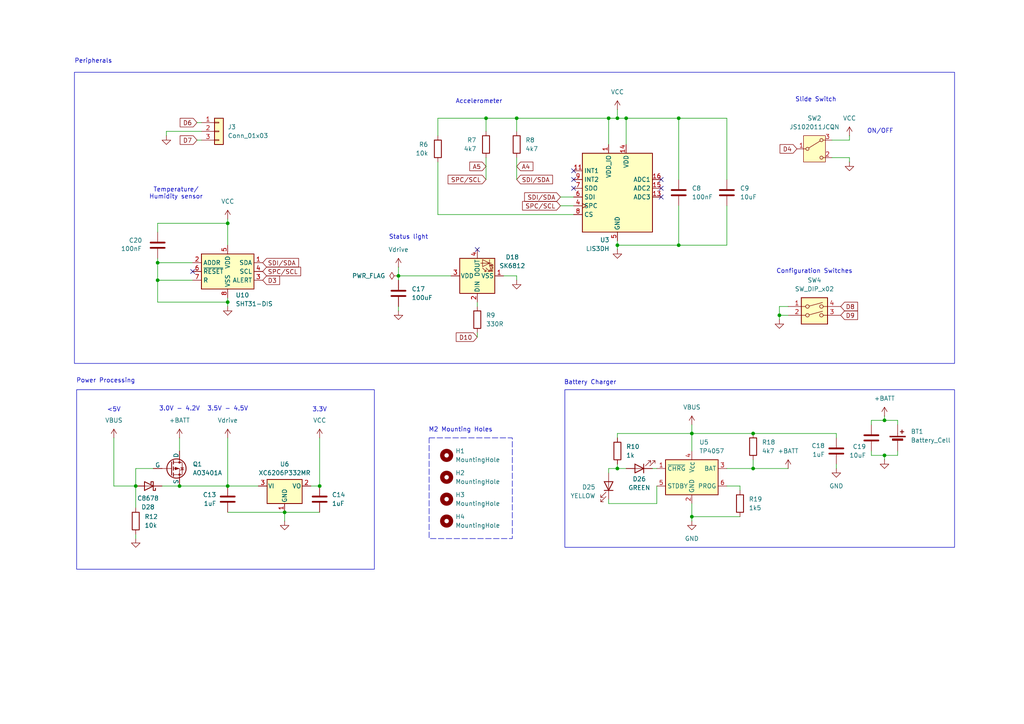
<source format=kicad_sch>
(kicad_sch (version 20250114) (generator "eeschema") (generator_version "9.0")
  (paper "A4")
  (lib_symbols
    (symbol "Battery_Management:TP4057"
      (property "Reference" "U" (at -6.35 6.604 0))
      (property "Value" "TP4057" (at 1.524 6.604 0))
      (symbol "TP4057_0_1"
        (rectangle (start -7.62 5.08) (end 7.62 -5.08) (stroke (width 0.254)) (fill (type background)))
      )
      (symbol "TP4057_1_1"
        (pin open_collector line (at -10.16 2.54 0) (length 2.54) (name "~{CHRG}") (number "1"))
        (pin open_collector line (at -10.16 -2.54 0) (length 2.54) (name "STDBY") (number "5"))
        (pin power_in line (at 0 7.62 270) (length 2.54) (name "V_{CC}") (number "4"))
        (pin power_in line (at 0 -7.62 90) (length 2.54) (name "GND") (number "2"))
        (pin power_out line (at 10.16 2.54 180) (length 2.54) (name "BAT") (number "3"))
        (pin passive line (at 10.16 -2.54 180) (length 2.54) (name "PROG") (number "6"))
      )
    )
    (symbol "Connector_Generic:Conn_01x03" (pin_names (offset 1.016) (hide yes))
      (property "Reference" "J" (at 0 5.08 0))
      (property "Value" "Conn_01x03" (at 0 -5.08 0))
      (symbol "Conn_01x03_1_1"
        (rectangle (start -1.27 3.81) (end 1.27 -3.81) (stroke (width 0.254)) (fill (type background)))
        (rectangle (start -1.27 2.667) (end 0 2.413) (stroke (width 0.1524)))
        (rectangle (start -1.27 0.127) (end 0 -0.127) (stroke (width 0.1524)))
        (rectangle (start -1.27 -2.413) (end 0 -2.667) (stroke (width 0.1524)))
        (pin passive line (at -5.08 2.54 0) (length 3.81) (name "Pin_1") (number "1"))
        (pin passive line (at -5.08 0 0) (length 3.81) (name "Pin_2") (number "2"))
        (pin passive line (at -5.08 -2.54 0) (length 3.81) (name "Pin_3") (number "3"))
      )
    )
    (symbol "Device:Battery_Cell" (pin_numbers (hide yes)) (pin_names (offset 0) (hide yes))
      (property "Reference" "BT" (at 2.54 2.54 0))
      (property "Value" "Battery_Cell" (at 2.54 0 0))
      (symbol "Battery_Cell_0_1"
        (rectangle (start -2.286 1.778) (end 2.286 1.524) (fill (type outline)))
        (rectangle (start -1.524 1.016) (end 1.524 0.508) (fill (type outline)))
        (polyline (pts (xy 0 1.778) (xy 0 2.54)))
        (polyline (pts (xy 0 0.762) (xy 0 0)))
        (polyline (pts (xy 0.762 3.048) (xy 1.778 3.048)) (stroke (width 0.254)))
        (polyline (pts (xy 1.27 3.556) (xy 1.27 2.54)) (stroke (width 0.254)))
      )
      (symbol "Battery_Cell_1_1"
        (pin passive line (at 0 5.08 270) (length 2.54) (name "+") (number "1"))
        (pin passive line (at 0 -2.54 90) (length 2.54) (name "-") (number "2"))
      )
    )
    (symbol "Device:C" (pin_numbers (hide yes)) (pin_names (offset 0.254))
      (property "Reference" "C" (at 0.635 2.54 0))
      (property "Value" "C" (at 0.635 -2.54 0))
      (symbol "C_0_1"
        (polyline (pts (xy -2.032 0.762) (xy 2.032 0.762)) (stroke (width 0.508)))
        (polyline (pts (xy -2.032 -0.762) (xy 2.032 -0.762)) (stroke (width 0.508)))
      )
      (symbol "C_1_1"
        (pin passive line (at 0 3.81 270) (length 2.794) (name "~") (number "1"))
        (pin passive line (at 0 -3.81 90) (length 2.794) (name "~") (number "2"))
      )
    )
    (symbol "Device:D_Schottky" (pin_numbers (hide yes)) (pin_names (offset 1.016) (hide yes))
      (property "Reference" "D" (at 0 2.54 0))
      (property "Value" "D_Schottky" (at 0 -2.54 0))
      (symbol "D_Schottky_0_1"
        (polyline (pts (xy -1.905 0.635) (xy -1.905 1.27) (xy -1.27 1.27) (xy -1.27 -1.27) (xy -0.635 -1.27) (xy -0.635 -0.635)) (stroke (width 0.254)))
        (polyline (pts (xy 1.27 1.27) (xy 1.27 -1.27) (xy -1.27 0) (xy 1.27 1.27)) (stroke (width 0.254)))
        (polyline (pts (xy 1.27 0) (xy -1.27 0)))
      )
      (symbol "D_Schottky_1_1"
        (pin passive line (at -3.81 0 0) (length 2.54) (name "K") (number "1"))
        (pin passive line (at 3.81 0 180) (length 2.54) (name "A") (number "2"))
      )
    )
    (symbol "Device:LED" (pin_numbers (hide yes)) (pin_names (offset 1.016) (hide yes))
      (property "Reference" "D" (at 0 2.54 0))
      (property "Value" "LED" (at 0 -2.54 0))
      (symbol "LED_0_1"
        (polyline (pts (xy -3.048 -0.762) (xy -4.572 -2.286) (xy -3.81 -2.286) (xy -4.572 -2.286) (xy -4.572 -1.524)))
        (polyline (pts (xy -1.778 -0.762) (xy -3.302 -2.286) (xy -2.54 -2.286) (xy -3.302 -2.286) (xy -3.302 -1.524)))
        (polyline (pts (xy -1.27 0) (xy 1.27 0)))
        (polyline (pts (xy -1.27 -1.27) (xy -1.27 1.27)) (stroke (width 0.254)))
        (polyline (pts (xy 1.27 -1.27) (xy 1.27 1.27) (xy -1.27 0) (xy 1.27 -1.27)) (stroke (width 0.254)))
      )
      (symbol "LED_1_1"
        (pin passive line (at -3.81 0 0) (length 2.54) (name "K") (number "1"))
        (pin passive line (at 3.81 0 180) (length 2.54) (name "A") (number "2"))
      )
    )
    (symbol "Device:R" (pin_numbers (hide yes)) (pin_names (offset 0))
      (property "Reference" "R" (at 2.032 0 90))
      (property "Value" "R" (at 0 0 90))
      (symbol "R_0_1"
        (rectangle (start -1.016 -2.54) (end 1.016 2.54) (stroke (width 0.254)))
      )
      (symbol "R_1_1"
        (pin passive line (at 0 3.81 270) (length 1.27) (name "~") (number "1"))
        (pin passive line (at 0 -3.81 90) (length 1.27) (name "~") (number "2"))
      )
    )
    (symbol "LED:SK6812" (pin_names (offset 0.254))
      (property "Reference" "D" (at 5.08 5.715 0))
      (property "Value" "SK6812" (at 1.27 -5.715 0))
      (symbol "SK6812_0_0"
        (text "RGB" (at 2.286 -4.191 0) (effects (font (size 0.762 0.762))))
      )
      (symbol "SK6812_0_1"
        (polyline (pts (xy 1.27 -2.54) (xy 1.778 -2.54)))
        (polyline (pts (xy 1.27 -3.556) (xy 1.778 -3.556)))
        (polyline (pts (xy 2.286 -1.524) (xy 1.27 -2.54) (xy 1.27 -2.032)))
        (polyline (pts (xy 2.286 -2.54) (xy 1.27 -3.556) (xy 1.27 -3.048)))
        (polyline (pts (xy 3.683 -1.016) (xy 3.683 -3.556) (xy 3.683 -4.064)))
        (polyline (pts (xy 4.699 -1.524) (xy 2.667 -1.524) (xy 3.683 -3.556) (xy 4.699 -1.524)))
        (polyline (pts (xy 4.699 -3.556) (xy 2.667 -3.556)))
        (rectangle (start 5.08 5.08) (end -5.08 -5.08) (stroke (width 0.254)) (fill (type background)))
      )
      (symbol "SK6812_1_1"
        (pin input line (at -7.62 0 0) (length 2.54) (name "DIN") (number "2"))
        (pin power_in line (at 0 7.62 270) (length 2.54) (name "VDD") (number "3"))
        (pin power_in line (at 0 -7.62 90) (length 2.54) (name "VSS") (number "1"))
        (pin output line (at 7.62 0 180) (length 2.54) (name "DOUT") (number "4"))
      )
    )
    (symbol "Mechanical:MountingHole" (pin_names (offset 1.016)) (in_bom no)
      (property "Reference" "H" (at 0 5.08 0))
      (property "Value" "MountingHole" (at 0 3.175 0))
      (symbol "MountingHole_0_1"
        (circle (center 0 0) (radius 1.27) (stroke (width 1.27)))
      )
    )
    (symbol "Regulator_Linear:XC6206PxxxMR" (pin_names (offset 0.254))
      (property "Reference" "U" (at -3.81 3.175 0))
      (property "Value" "XC6206PxxxMR" (at 0 3.175 0))
      (symbol "XC6206PxxxMR_0_1"
        (rectangle (start -5.08 1.905) (end 5.08 -5.08) (stroke (width 0.254)) (fill (type background)))
      )
      (symbol "XC6206PxxxMR_1_1"
        (pin power_in line (at -7.62 0 0) (length 2.54) (name "VI") (number "3"))
        (pin power_in line (at 0 -7.62 90) (length 2.54) (name "GND") (number "1"))
        (pin power_out line (at 7.62 0 180) (length 2.54) (name "VO") (number "2"))
      )
    )
    (symbol "Sensor_Humidity:SHT31-DIS"
      (property "Reference" "U" (at -6.35 6.35 0))
      (property "Value" "SHT31-DIS" (at 6.35 6.35 0))
      (symbol "SHT31-DIS_0_1"
        (rectangle (start -7.62 5.08) (end 7.62 -5.08) (stroke (width 0.254)) (fill (type background)))
      )
      (symbol "SHT31-DIS_1_1"
        (pin input line (at -10.16 2.54 0) (length 2.54) (name "ADDR") (number "2"))
        (pin input line (at -10.16 0 0) (length 2.54) (name "~{RESET}") (number "6"))
        (pin passive line (at -10.16 -2.54 0) (length 2.54) (name "R") (number "7"))
        (pin power_in line (at 0 7.62 270) (length 2.54) (name "VDD") (number "5"))
        (pin power_in line (at 0 -7.62 90) (length 2.54) (name "VSS") (number "8"))
        (pin passive line (at 0 -7.62 90) (length 2.54) (hide yes) (name "VSS") (number "9"))
        (pin bidirectional line (at 10.16 2.54 180) (length 2.54) (name "SDA") (number "1"))
        (pin input line (at 10.16 0 180) (length 2.54) (name "SCL") (number "4"))
        (pin output line (at 10.16 -2.54 180) (length 2.54) (name "ALERT") (number "3"))
      )
    )
    (symbol "Sensor_Motion:LIS3DH"
      (property "Reference" "U" (at -7.62 11.43 0))
      (property "Value" "LIS3DH" (at 6.35 11.43 0))
      (symbol "LIS3DH_0_1"
        (rectangle (start -10.16 10.16) (end 10.16 -12.7) (stroke (width 0.254)) (fill (type background)))
      )
      (symbol "LIS3DH_1_1"
        (pin output line (at -12.7 5.08 0) (length 2.54) (name "INT1") (number "11"))
        (pin output line (at -12.7 2.54 0) (length 2.54) (name "INT2") (number "9"))
        (pin output line (at -12.7 0 0) (length 2.54) (name "SDO") (number "7"))
        (pin input line (at -12.7 -2.54 0) (length 2.54) (name "SDI") (number "6"))
        (pin input clock (at -12.7 -5.08 0) (length 2.54) (name "SPC") (number "4"))
        (pin input line (at -12.7 -7.62 0) (length 2.54) (name "CS") (number "8"))
        (pin power_in line (at -2.54 12.7 270) (length 2.54) (name "VDD_IO") (number "1"))
        (pin passive line (at 0 -15.24 90) (length 2.54) (hide yes) (name "GND") (number "10"))
        (pin passive line (at 0 -15.24 90) (length 2.54) (hide yes) (name "GND") (number "12"))
        (pin power_in line (at 0 -15.24 90) (length 2.54) (name "GND") (number "5"))
        (pin power_in line (at 2.54 12.7 270) (length 2.54) (name "VDD") (number "14"))
        (pin no_connect line (at 10.16 7.62 180) (length 2.54) (hide yes) (name "NC") (number "3"))
        (pin no_connect line (at 10.16 5.08 180) (length 2.54) (hide yes) (name "NC") (number "2"))
        (pin input line (at 12.7 2.54 180) (length 2.54) (name "ADC1") (number "16"))
        (pin input line (at 12.7 0 180) (length 2.54) (name "ADC2") (number "15"))
        (pin input line (at 12.7 -2.54 180) (length 2.54) (name "ADC3") (number "13"))
      )
    )
    (symbol "Simulation_SPICE:PMOS" (pin_numbers (hide yes)) (pin_names (offset 0))
      (property "Reference" "Q" (at 5.08 1.27 0))
      (property "Value" "PMOS" (at 5.08 -1.27 0))
      (symbol "PMOS_0_1"
        (polyline (pts (xy 0.254 1.905) (xy 0.254 -1.905)) (stroke (width 0.254)))
        (polyline (pts (xy 0.254 0) (xy -2.54 0)))
        (polyline (pts (xy 0.762 2.286) (xy 0.762 1.27)) (stroke (width 0.254)))
        (polyline (pts (xy 0.762 1.778) (xy 3.302 1.778) (xy 3.302 -1.778) (xy 0.762 -1.778)))
        (polyline (pts (xy 0.762 0.508) (xy 0.762 -0.508)) (stroke (width 0.254)))
        (polyline (pts (xy 0.762 -1.27) (xy 0.762 -2.286)) (stroke (width 0.254)))
        (circle (center 1.651 0) (radius 2.794) (stroke (width 0.254)))
        (polyline (pts (xy 2.286 0) (xy 1.27 0.381) (xy 1.27 -0.381) (xy 2.286 0)) (fill (type outline)))
        (polyline (pts (xy 2.54 2.54) (xy 2.54 1.778)))
        (circle (center 2.54 1.778) (radius 0.254) (fill (type outline)))
        (circle (center 2.54 -1.778) (radius 0.254) (fill (type outline)))
        (polyline (pts (xy 2.54 -2.54) (xy 2.54 0) (xy 0.762 0)))
        (polyline (pts (xy 2.794 -0.508) (xy 2.921 -0.381) (xy 3.683 -0.381) (xy 3.81 -0.254)))
        (polyline (pts (xy 3.302 -0.381) (xy 2.921 0.254) (xy 3.683 0.254) (xy 3.302 -0.381)))
      )
      (symbol "PMOS_1_1"
        (pin input line (at -5.08 0 0) (length 2.54) (name "G") (number "2"))
        (pin passive line (at 2.54 5.08 270) (length 2.54) (name "D") (number "1"))
        (pin passive line (at 2.54 -5.08 90) (length 2.54) (name "S") (number "3"))
      )
    )
    (symbol "Switch:SW_DIP_x02" (pin_names (offset 0) (hide yes))
      (property "Reference" "SW" (at 0 6.35 0))
      (property "Value" "SW_DIP_x02" (at 0 -3.81 0))
      (symbol "SW_DIP_x02_0_0"
        (circle (center -2.032 2.54) (radius 0.508))
        (circle (center -2.032 0) (radius 0.508))
        (polyline (pts (xy -1.524 2.667) (xy 2.3622 3.7084)))
        (polyline (pts (xy -1.524 0.127) (xy 2.3622 1.1684)))
        (circle (center 2.032 2.54) (radius 0.508))
        (circle (center 2.032 0) (radius 0.508))
      )
      (symbol "SW_DIP_x02_0_1"
        (rectangle (start -3.81 5.08) (end 3.81 -2.54) (stroke (width 0.254)) (fill (type background)))
      )
      (symbol "SW_DIP_x02_1_1"
        (pin passive line (at -7.62 2.54 0) (length 5.08) (name "~") (number "1"))
        (pin passive line (at -7.62 0 0) (length 5.08) (name "~") (number "2"))
        (pin passive line (at 7.62 2.54 180) (length 5.08) (name "~") (number "4"))
        (pin passive line (at 7.62 0 180) (length 5.08) (name "~") (number "3"))
      )
    )
    (symbol "Switch:SW_Wuerth_450301014042" (pin_names (offset 1) (hide yes))
      (property "Reference" "SW" (at 0 5.08 0))
      (property "Value" "SW_Wuerth_450301014042" (at 0 -5.08 0))
      (symbol "SW_Wuerth_450301014042_0_1"
        (circle (center -2.032 0) (radius 0.4572))
        (polyline (pts (xy -1.651 0.254) (xy 1.651 2.286)))
        (circle (center 2.032 2.54) (radius 0.4572))
        (circle (center 2.032 -2.54) (radius 0.4572))
      )
      (symbol "SW_Wuerth_450301014042_1_1"
        (rectangle (start -3.175 3.81) (end 3.175 -3.81) (fill (type background)))
        (pin passive line (at -5.08 0 0) (length 2.54) (name "B") (number "1"))
        (pin passive line (at 5.08 2.54 180) (length 2.54) (name "A") (number "3"))
        (pin passive line (at 5.08 -2.54 180) (length 2.54) (name "C") (number "2"))
      )
    )
    (symbol "power:+BATT" (power) (pin_numbers (hide yes)) (pin_names (offset 0) (hide yes))
      (property "Value" "+BATT" (at 0 3.556 0))
      (symbol "+BATT_0_1"
        (polyline (pts (xy -0.762 1.27) (xy 0 2.54)))
        (polyline (pts (xy 0 2.54) (xy 0.762 1.27)))
        (polyline (pts (xy 0 0) (xy 0 2.54)))
      )
      (symbol "+BATT_1_1"
        (pin power_in line (at 0 0 90) (length 0) (name "~") (number "1"))
      )
    )
    (symbol "power:GND" (power) (pin_numbers (hide yes)) (pin_names (offset 0) (hide yes))
      (property "Value" "GND" (at 0 -3.81 0))
      (symbol "GND_0_1"
        (polyline (pts (xy 0 0) (xy 0 -1.27) (xy 1.27 -1.27) (xy 0 -2.54) (xy -1.27 -1.27) (xy 0 -1.27)))
      )
      (symbol "GND_1_1"
        (pin power_in line (at 0 0 270) (length 0) (name "~") (number "1"))
      )
    )
    (symbol "power:PWR_FLAG" (power) (pin_numbers (hide yes)) (pin_names (offset 0) (hide yes))
      (property "Value" "PWR_FLAG" (at 0 3.81 0))
      (symbol "PWR_FLAG_0_0"
        (pin power_out line (at 0 0 90) (length 0) (name "~") (number "1"))
      )
      (symbol "PWR_FLAG_0_1"
        (polyline (pts (xy 0 0) (xy 0 1.27) (xy -1.016 1.905) (xy 0 2.54) (xy 1.016 1.905) (xy 0 1.27)))
      )
    )
    (symbol "power:VBUS" (power) (pin_numbers (hide yes)) (pin_names (offset 0) (hide yes))
      (property "Value" "VBUS" (at 0 3.556 0))
      (symbol "VBUS_0_1"
        (polyline (pts (xy -0.762 1.27) (xy 0 2.54)))
        (polyline (pts (xy 0 2.54) (xy 0.762 1.27)))
        (polyline (pts (xy 0 0) (xy 0 2.54)))
      )
      (symbol "VBUS_1_1"
        (pin power_in line (at 0 0 90) (length 0) (name "~") (number "1"))
      )
    )
    (symbol "power:VCC" (power) (pin_numbers (hide yes)) (pin_names (offset 0) (hide yes))
      (property "Value" "VCC" (at 0 3.556 0))
      (symbol "VCC_0_1"
        (polyline (pts (xy -0.762 1.27) (xy 0 2.54)))
        (polyline (pts (xy 0 2.54) (xy 0.762 1.27)))
        (polyline (pts (xy 0 0) (xy 0 2.54)))
      )
      (symbol "VCC_1_1"
        (pin power_in line (at 0 0 90) (length 0) (name "~") (number "1"))
      )
    )
    (symbol "power:Vdrive" (power) (pin_numbers (hide yes)) (pin_names (offset 0) (hide yes))
      (property "Value" "Vdrive" (at 0 3.556 0))
      (symbol "Vdrive_0_1"
        (polyline (pts (xy -0.762 1.27) (xy 0 2.54)))
        (polyline (pts (xy 0 2.54) (xy 0.762 1.27)))
        (polyline (pts (xy 0 0) (xy 0 2.54)))
      )
      (symbol "Vdrive_1_1"
        (pin power_in line (at 0 0 90) (length 0) (name "~") (number "1"))
      )
    )
  )
  (rectangle (start 163.83 113.03) (end 276.86 158.75))
  (rectangle (start 22.225 113.03) (end 108.585 165.1))
  (rectangle (start 21.59 20.955) (end 276.86 105.41))
  (text "ON/OFF\n" (at 251.46 38.1 0) (effects (font (size 1.27 1.27)) (justify left)))
  (text "Power Processing\n" (at 22.098 110.49 0) (effects (font (size 1.27 1.27)) (justify left)))
  (text "3.0V - 4.2V" (at 52.07 118.618 0) (effects (font (size 1.27 1.27))))
  (text "Temperature/\nHumidity sensor\n" (at 51.054 56.134 0) (effects (font (size 1.27 1.27))))
  (text "Peripherals\n" (at 21.59 17.78 0) (effects (font (size 1.27 1.27)) (justify left)))
  (text "Battery Charger" (at 171.196 110.998 0) (effects (font (size 1.27 1.27))))
  (text "<5V" (at 33.02 118.872 0) (effects (font (size 1.27 1.27))))
  (text "Slide Switch\n" (at 230.632 28.956 0) (effects (font (size 1.27 1.27)) (justify left)))
  (text "3.5V - 4.5V" (at 66.04 118.618 0) (effects (font (size 1.27 1.27))))
  (text "3.3V\n" (at 92.71 118.872 0) (effects (font (size 1.27 1.27))))
  (text "Status light" (at 112.776 68.834 0) (effects (font (size 1.27 1.27)) (justify left)))
  (text "M2 Mounting Holes" (at 133.604 124.714 0) (effects (font (size 1.27 1.27))))
  (text "Configuration Switches" (at 236.22 78.74 0) (effects (font (size 1.27 1.27))))
  (text "Accelerometer\n" (at 138.938 29.464 0) (effects (font (size 1.27 1.27))))
  (text_box "" (at 124.46 127 0) (size 24.13 29.21) (margins 0.9525 0.9525 0.9525 0.9525) (stroke (width 0) (type dash)) (effects (font (size 1.27 1.27)) (justify left top)))
  (junction (at 218.44 125.73))
  (junction (at 196.85 71.12))
  (junction (at 179.07 34.29))
  (junction (at 200.66 149.86))
  (junction (at 82.55 148.59))
  (junction (at 149.86 34.29))
  (junction (at 66.04 87.63))
  (junction (at 176.53 34.29))
  (junction (at 181.61 34.29))
  (junction (at 196.85 34.29))
  (junction (at 256.54 121.92))
  (junction (at 200.66 125.73))
  (junction (at 39.37 140.97))
  (junction (at 45.72 76.2))
  (junction (at 45.72 81.28))
  (junction (at 92.71 140.97))
  (junction (at 66.04 64.77))
  (junction (at 218.44 135.89))
  (junction (at 66.04 140.97))
  (junction (at 179.07 71.12))
  (junction (at 115.57 80.01))
  (junction (at 52.07 140.97))
  (junction (at 226.06 91.44))
  (junction (at 140.97 34.29))
  (junction (at 179.07 135.89))
  (junction (at 256.54 132.08))
  (no_connect (at 191.77 52.07))
  (no_connect (at 166.37 54.61))
  (no_connect (at 191.77 54.61))
  (no_connect (at 191.77 57.15))
  (no_connect (at 55.88 78.74))
  (no_connect (at 166.37 52.07))
  (no_connect (at 166.37 49.53))
  (no_connect (at 138.43 72.39))
  (wire (pts (xy 176.53 144.78) (xy 176.53 146.05)))
  (wire (pts (xy 39.37 156.21) (xy 39.37 154.94)))
  (wire (pts (xy 260.35 121.92) (xy 256.54 121.92)))
  (wire (pts (xy 45.72 76.2) (xy 45.72 81.28)))
  (wire (pts (xy 252.73 130.81) (xy 252.73 132.08)))
  (wire (pts (xy 190.5 146.05) (xy 190.5 140.97)))
  (wire (pts (xy 45.72 81.28) (xy 45.72 87.63)))
  (wire (pts (xy 45.72 76.2) (xy 55.88 76.2)))
  (wire (pts (xy 196.85 71.12) (xy 179.07 71.12)))
  (wire (pts (xy 196.85 34.29) (xy 210.82 34.29)))
  (wire (pts (xy 33.02 127) (xy 33.02 140.97)))
  (wire (pts (xy 176.53 34.29) (xy 179.07 34.29)))
  (wire (pts (xy 115.57 80.01) (xy 130.81 80.01)))
  (wire (pts (xy 242.57 125.73) (xy 242.57 127)))
  (wire (pts (xy 179.07 71.12) (xy 179.07 69.85)))
  (wire (pts (xy 162.56 57.15) (xy 166.37 57.15)))
  (wire (pts (xy 200.66 149.86) (xy 200.66 151.13)))
  (wire (pts (xy 260.35 130.81) (xy 260.35 132.08)))
  (wire (pts (xy 115.57 90.17) (xy 115.57 88.9)))
  (wire (pts (xy 46.99 140.97) (xy 52.07 140.97)))
  (wire (pts (xy 246.38 39.37) (xy 246.38 40.64)))
  (wire (pts (xy 181.61 135.89) (xy 179.07 135.89)))
  (wire (pts (xy 92.71 127) (xy 92.71 140.97)))
  (wire (pts (xy 138.43 88.9) (xy 138.43 87.63)))
  (wire (pts (xy 66.04 87.63) (xy 66.04 86.36)))
  (wire (pts (xy 127 46.99) (xy 127 62.23)))
  (wire (pts (xy 228.6 88.9) (xy 226.06 88.9)))
  (wire (pts (xy 140.97 38.1) (xy 140.97 34.29)))
  (wire (pts (xy 66.04 140.97) (xy 74.93 140.97)))
  (wire (pts (xy 149.86 38.1) (xy 149.86 34.29)))
  (wire (pts (xy 196.85 71.12) (xy 210.82 71.12)))
  (wire (pts (xy 242.57 125.73) (xy 218.44 125.73)))
  (wire (pts (xy 176.53 34.29) (xy 176.53 41.91)))
  (wire (pts (xy 210.82 59.69) (xy 210.82 71.12)))
  (wire (pts (xy 226.06 88.9) (xy 226.06 91.44)))
  (wire (pts (xy 210.82 52.07) (xy 210.82 34.29)))
  (wire (pts (xy 127 34.29) (xy 140.97 34.29)))
  (wire (pts (xy 200.66 125.73) (xy 200.66 130.81)))
  (wire (pts (xy 149.86 80.01) (xy 146.05 80.01)))
  (wire (pts (xy 210.82 140.97) (xy 214.63 140.97)))
  (wire (pts (xy 179.07 127) (xy 179.07 125.73)))
  (wire (pts (xy 200.66 146.05) (xy 200.66 149.86)))
  (wire (pts (xy 45.72 87.63) (xy 66.04 87.63)))
  (wire (pts (xy 179.07 31.75) (xy 179.07 34.29)))
  (wire (pts (xy 45.72 81.28) (xy 55.88 81.28)))
  (wire (pts (xy 39.37 140.97) (xy 39.37 147.32)))
  (wire (pts (xy 127 39.37) (xy 127 34.29)))
  (wire (pts (xy 66.04 88.9) (xy 66.04 87.63)))
  (wire (pts (xy 246.38 45.72) (xy 246.38 46.99)))
  (wire (pts (xy 45.72 64.77) (xy 45.72 67.31)))
  (wire (pts (xy 241.3 45.72) (xy 246.38 45.72)))
  (wire (pts (xy 82.55 148.59) (xy 92.71 148.59)))
  (wire (pts (xy 200.66 125.73) (xy 218.44 125.73)))
  (wire (pts (xy 260.35 132.08) (xy 256.54 132.08)))
  (wire (pts (xy 140.97 34.29) (xy 149.86 34.29)))
  (wire (pts (xy 214.63 140.97) (xy 214.63 142.24)))
  (wire (pts (xy 66.04 148.59) (xy 82.55 148.59)))
  (wire (pts (xy 90.17 140.97) (xy 92.71 140.97)))
  (wire (pts (xy 140.97 45.72) (xy 140.97 52.07)))
  (wire (pts (xy 242.57 135.89) (xy 242.57 134.62)))
  (wire (pts (xy 138.43 97.79) (xy 138.43 96.52)))
  (wire (pts (xy 179.07 135.89) (xy 176.53 135.89)))
  (wire (pts (xy 45.72 64.77) (xy 66.04 64.77)))
  (wire (pts (xy 149.86 45.72) (xy 149.86 52.07)))
  (wire (pts (xy 252.73 121.92) (xy 252.73 123.19)))
  (wire (pts (xy 252.73 121.92) (xy 256.54 121.92)))
  (wire (pts (xy 200.66 125.73) (xy 200.66 123.19)))
  (wire (pts (xy 218.44 135.89) (xy 228.6 135.89)))
  (wire (pts (xy 179.07 134.62) (xy 179.07 135.89)))
  (wire (pts (xy 115.57 77.47) (xy 115.57 80.01)))
  (wire (pts (xy 48.26 38.1) (xy 58.42 38.1)))
  (wire (pts (xy 166.37 62.23) (xy 127 62.23)))
  (wire (pts (xy 252.73 132.08) (xy 256.54 132.08)))
  (wire (pts (xy 48.26 39.37) (xy 48.26 38.1)))
  (wire (pts (xy 181.61 34.29) (xy 179.07 34.29)))
  (wire (pts (xy 58.42 40.64) (xy 57.15 40.64)))
  (wire (pts (xy 33.02 140.97) (xy 39.37 140.97)))
  (wire (pts (xy 196.85 59.69) (xy 196.85 71.12)))
  (wire (pts (xy 66.04 63.5) (xy 66.04 64.77)))
  (wire (pts (xy 66.04 64.77) (xy 66.04 71.12)))
  (wire (pts (xy 181.61 34.29) (xy 181.61 41.91)))
  (wire (pts (xy 181.61 34.29) (xy 196.85 34.29)))
  (wire (pts (xy 44.45 135.89) (xy 39.37 135.89)))
  (wire (pts (xy 196.85 52.07) (xy 196.85 34.29)))
  (wire (pts (xy 45.72 74.93) (xy 45.72 76.2)))
  (wire (pts (xy 218.44 135.89) (xy 210.82 135.89)))
  (wire (pts (xy 179.07 125.73) (xy 200.66 125.73)))
  (wire (pts (xy 256.54 133.35) (xy 256.54 132.08)))
  (wire (pts (xy 149.86 81.28) (xy 149.86 80.01)))
  (wire (pts (xy 179.07 72.39) (xy 179.07 71.12)))
  (wire (pts (xy 82.55 148.59) (xy 82.55 151.13)))
  (wire (pts (xy 176.53 135.89) (xy 176.53 137.16)))
  (wire (pts (xy 260.35 121.92) (xy 260.35 123.19)))
  (wire (pts (xy 228.6 91.44) (xy 226.06 91.44)))
  (wire (pts (xy 115.57 80.01) (xy 115.57 81.28)))
  (wire (pts (xy 58.42 35.56) (xy 57.15 35.56)))
  (wire (pts (xy 226.06 91.44) (xy 226.06 92.71)))
  (wire (pts (xy 39.37 135.89) (xy 39.37 140.97)))
  (wire (pts (xy 189.23 135.89) (xy 190.5 135.89)))
  (wire (pts (xy 66.04 140.97) (xy 52.07 140.97)))
  (wire (pts (xy 214.63 149.86) (xy 200.66 149.86)))
  (wire (pts (xy 246.38 40.64) (xy 241.3 40.64)))
  (wire (pts (xy 149.86 34.29) (xy 176.53 34.29)))
  (wire (pts (xy 256.54 120.65) (xy 256.54 121.92)))
  (wire (pts (xy 162.56 59.69) (xy 166.37 59.69)))
  (wire (pts (xy 66.04 127) (xy 66.04 140.97)))
  (wire (pts (xy 176.53 146.05) (xy 190.5 146.05)))
  (wire (pts (xy 52.07 127) (xy 52.07 130.81)))
  (wire (pts (xy 218.44 133.35) (xy 218.44 135.89)))
  (global_label "D6" (shape input) (at 57.15 35.56 180) (property "Intersheetrefs" "${INTERSHEET_REFS}" (effects (hide yes))))
  (global_label "SDI{slash}SDA" (shape input) (at 162.56 57.15 180) (property "Intersheetrefs" "${INTERSHEET_REFS}" (effects (hide yes))))
  (global_label "A4" (shape input) (at 149.86 48.26 0) (property "Intersheetrefs" "${INTERSHEET_REFS}" (effects (hide yes))))
  (global_label "SDI{slash}SDA" (shape input) (at 149.86 52.07 0) (property "Intersheetrefs" "${INTERSHEET_REFS}" (effects (hide yes))))
  (global_label "D4" (shape input) (at 231.14 43.18 180) (property "Intersheetrefs" "${INTERSHEET_REFS}" (effects (hide yes))))
  (global_label "SDI{slash}SDA" (shape input) (at 76.2 76.2 0) (property "Intersheetrefs" "${INTERSHEET_REFS}" (effects (hide yes))))
  (global_label "A5" (shape input) (at 140.97 48.26 180) (property "Intersheetrefs" "${INTERSHEET_REFS}" (effects (hide yes))))
  (global_label "SPC{slash}SCL" (shape input) (at 76.2 78.74 0) (property "Intersheetrefs" "${INTERSHEET_REFS}" (effects (hide yes))))
  (global_label "SPC{slash}SCL" (shape input) (at 162.56 59.69 180) (property "Intersheetrefs" "${INTERSHEET_REFS}" (effects (hide yes))))
  (global_label "D7" (shape input) (at 57.15 40.64 180) (property "Intersheetrefs" "${INTERSHEET_REFS}" (effects (hide yes))))
  (global_label "D8" (shape input) (at 243.84 88.9 0) (property "Intersheetrefs" "${INTERSHEET_REFS}" (effects (hide yes))))
  (global_label "SPC{slash}SCL" (shape input) (at 140.97 52.07 180) (property "Intersheetrefs" "${INTERSHEET_REFS}" (effects (hide yes))))
  (global_label "D3" (shape input) (at 76.2 81.28 0) (property "Intersheetrefs" "${INTERSHEET_REFS}" (effects (hide yes))))
  (global_label "D10" (shape input) (at 138.43 97.79 180) (property "Intersheetrefs" "${INTERSHEET_REFS}" (effects (hide yes))))
  (global_label "D9" (shape input) (at 243.84 91.44 0) (property "Intersheetrefs" "${INTERSHEET_REFS}" (effects (hide yes))))
  (symbol (lib_id "power:GND") (at 242.57 135.89 0) (unit 1)
    (property "Reference" "#PWR041" (effects (hide yes)))
    (property "Value" "GND" (at 242.57 140.97 0))
    (property "Description" "Power symbol creates a global label with name \"GND\" , ground" (effects (hide yes)))
  )
  (symbol (lib_id "power:GND") (at 246.38 46.99 0) (unit 1)
    (property "Reference" "#PWR045" (effects (hide yes)))
    (property "Value" "GND" (effects (hide yes)))
    (property "Description" "Power symbol creates a global label with name \"GND\" , ground" (effects (hide yes)))
  )
  (symbol (lib_id "power:VBUS") (at 200.66 123.19 0) (unit 1)
    (property "Reference" "#PWR035" (effects (hide yes)))
    (property "Value" "VBUS" (at 200.66 118.11 0))
    (property "Description" "Power symbol creates a global label with name \"VBUS\"" (effects (hide yes)))
  )
  (symbol (lib_id "power:GND") (at 149.86 81.28 0) (unit 1)
    (property "Reference" "#PWR026" (effects (hide yes)))
    (property "Value" "GND" (effects (hide yes)))
    (property "Description" "Power symbol creates a global label with name \"GND\" , ground" (effects (hide yes)))
  )
  (symbol (lib_id "Device:C") (at 242.57 130.81 0) (mirror y) (unit 1)
    (property "Reference" "C18" (at 239.268 129.286 0) (effects (justify left)))
    (property "Value" "1uF" (at 239.268 131.826 0) (effects (justify left)))
    (property "Footprint" "Capacitor_SMD:C_0603_1608Metric" (effects (hide yes)))
    (property "Description" "Unpolarized capacitor" (effects (hide yes)))
  )
  (symbol (lib_id "power:GND") (at 66.04 88.9 0) (unit 1)
    (property "Reference" "#PWR044" (effects (hide yes)))
    (property "Value" "GND" (effects (hide yes)))
    (property "Description" "Power symbol creates a global label with name \"GND\" , ground" (effects (hide yes)))
  )
  (symbol (lib_id "Device:C") (at 92.71 144.78 0) (unit 1)
    (property "Reference" "C14" (at 96.266 143.51 0) (effects (justify left)))
    (property "Value" "1uF" (at 96.266 146.05 0) (effects (justify left)))
    (property "Footprint" "Capacitor_SMD:C_0603_1608Metric" (effects (hide yes)))
    (property "Description" "Unpolarized capacitor" (effects (hide yes)))
  )
  (symbol (lib_id "power:VBUS") (at 33.02 127 0) (unit 1)
    (property "Reference" "#PWR028" (effects (hide yes)))
    (property "Value" "VBUS" (at 33.02 121.92 0))
    (property "Description" "Power symbol creates a global label with name \"VBUS\"" (effects (hide yes)))
  )
  (symbol (lib_id "Device:C") (at 66.04 144.78 0) (unit 1)
    (property "Reference" "C13" (at 62.738 143.51 0) (effects (justify right)))
    (property "Value" "1uF" (at 62.738 146.05 0) (effects (justify right)))
    (property "Footprint" "Capacitor_SMD:C_0603_1608Metric" (effects (hide yes)))
    (property "Description" "Unpolarized capacitor" (effects (hide yes)))
  )
  (symbol (lib_id "Simulation_SPICE:PMOS") (at 49.53 135.89 0) (unit 1)
    (property "Reference" "Q1" (at 55.88 134.6199 0) (effects (justify left)))
    (property "Value" "AO3401A" (at 55.88 137.1599 0) (effects (justify left)))
    (property "Footprint" "endev_v1.1:SOT23-3" (effects (hide yes)))
    (property "Datasheet" "https://ngspice.sourceforge.io/docs/ngspice-html-manual/manual.xhtml#cha_MOSFETs" (effects (hide yes)))
    (property "Description" "P-MOSFET transistor, drain/source/gate" (effects (hide yes)))
    (property "Sim.Device" "PMOS" (effects (hide yes)))
    (property "Sim.Type" "VDMOS" (effects (hide yes)))
    (property "Sim.Pins" "1=D 2=G 3=S" (effects (hide yes)))
  )
  (symbol (lib_id "Device:R") (at 140.97 41.91 0) (unit 1)
    (property "Reference" "R7" (at 138.176 40.64 0) (effects (justify right)))
    (property "Value" "4k7" (at 138.176 43.18 0) (effects (justify right)))
    (property "Footprint" "Resistor_SMD:R_0402_1005Metric" (effects (hide yes)))
    (property "Description" "Resistor" (effects (hide yes)))
  )
  (symbol (lib_id "Device:R") (at 179.07 130.81 0) (unit 1)
    (property "Reference" "R10" (at 181.61 129.5399 0) (effects (justify left)))
    (property "Value" "1k" (at 181.61 132.0799 0) (effects (justify left)))
    (property "Footprint" "Resistor_SMD:R_0603_1608Metric" (effects (hide yes)))
    (property "Description" "Resistor" (effects (hide yes)))
  )
  (symbol (lib_id "LED:SK6812") (at 138.43 80.01 90) (unit 1)
    (property "Reference" "D18" (at 148.59 74.5646 90))
    (property "Value" "SK6812" (at 148.59 77.1046 90))
    (property "Footprint" "endev_v1.1:2659" (effects (hide yes)))
    (property "Datasheet" "https://cdn-shop.adafruit.com/product-files/1138/SK6812+LED+datasheet+.pdf" (effects (hide yes)))
    (property "Description" "RGB LED with integrated controller" (effects (hide yes)))
  )
  (symbol (lib_id "Device:LED") (at 185.42 135.89 180) (unit 1)
    (property "Reference" "D26" (at 185.42 138.938 0))
    (property "Value" "GREEN" (at 185.42 141.478 0))
    (property "Footprint" "LED_SMD:LED_0805_2012Metric" (effects (hide yes)))
    (property "Description" "Light emitting diode" (effects (hide yes)))
    (property "Sim.Pins" "1=K 2=A" (effects (hide yes)))
  )
  (symbol (lib_id "power:VCC") (at 246.38 39.37 0) (unit 1)
    (property "Reference" "#PWR020" (effects (hide yes)))
    (property "Value" "VCC" (at 246.38 34.29 0))
    (property "Description" "Power symbol creates a global label with name \"VCC\"" (effects (hide yes)))
  )
  (symbol (lib_id "Mechanical:MountingHole") (at 129.54 144.78 0) (unit 1) (in_bom no)
    (property "Reference" "H3" (at 132.08 143.5099 0) (effects (justify left)))
    (property "Value" "MountingHole" (at 132.08 146.0499 0) (effects (justify left)))
    (property "Footprint" "MountingHole:MountingHole_2.2mm_M2" (effects (hide yes)))
    (property "Description" "Mounting Hole without connection" (effects (hide yes)))
  )
  (symbol (lib_id "Device:LED") (at 176.53 140.97 270) (mirror x) (unit 1)
    (property "Reference" "D25" (at 172.72 141.2874 90) (effects (justify right)))
    (property "Value" "YELLOW" (at 172.72 143.8274 90) (effects (justify right)))
    (property "Footprint" "LED_SMD:LED_0805_2012Metric" (effects (hide yes)))
    (property "Description" "Light emitting diode" (effects (hide yes)))
    (property "Sim.Pins" "1=K 2=A" (effects (hide yes)))
  )
  (symbol (lib_id "power:GND") (at 115.57 90.17 0) (unit 1)
    (property "Reference" "#PWR034" (effects (hide yes)))
    (property "Value" "GND" (effects (hide yes)))
    (property "Description" "Power symbol creates a global label with name \"GND\" , ground" (effects (hide yes)))
  )
  (symbol (lib_id "Device:Battery_Cell") (at 260.35 128.27 0) (unit 1)
    (property "Reference" "BT1" (at 264.16 125.1584 0) (effects (justify left)))
    (property "Value" "Battery_Cell" (at 264.16 127.6984 0) (effects (justify left)))
    (property "Footprint" "Connector_JST:JST_PH_B2B-PH-K_1x02_P2.00mm_Vertical" (effects (hide yes)))
    (property "Description" "Single-cell battery" (effects (hide yes)))
  )
  (symbol (lib_id "power:VCC") (at 92.71 127 0) (unit 1)
    (property "Reference" "#PWR031" (effects (hide yes)))
    (property "Value" "VCC" (at 92.71 121.92 0))
    (property "Description" "Power symbol creates a global label with name \"VCC\"" (effects (hide yes)))
  )
  (symbol (lib_id "Device:R") (at 138.43 92.71 180) (unit 1)
    (property "Reference" "R9" (at 140.97 91.4399 0) (effects (justify right)))
    (property "Value" "330R" (at 140.97 93.9799 0) (effects (justify right)))
    (property "Footprint" "Resistor_SMD:R_0805_2012Metric" (effects (hide yes)))
    (property "Description" "Resistor" (effects (hide yes)))
  )
  (symbol (lib_id "power:GND") (at 82.55 151.13 0) (unit 1)
    (property "Reference" "#PWR032" (effects (hide yes)))
    (property "Value" "GND" (effects (hide yes)))
    (property "Description" "Power symbol creates a global label with name \"GND\" , ground" (effects (hide yes)))
  )
  (symbol (lib_id "Device:R") (at 39.37 151.13 0) (unit 1)
    (property "Reference" "R12" (at 41.91 149.8599 0) (effects (justify left)))
    (property "Value" "10k" (at 41.91 152.3999 0) (effects (justify left)))
    (property "Footprint" "Resistor_SMD:R_0603_1608Metric" (effects (hide yes)))
    (property "Description" "Resistor" (effects (hide yes)))
  )
  (symbol (lib_id "Switch:SW_Wuerth_450301014042") (at 236.22 43.18 0) (unit 1)
    (property "Reference" "SW2" (at 236.22 34.29 0))
    (property "Value" "JS102011JCQN" (at 236.22 36.83 0))
    (property "Footprint" "endev_v1.1:SW_JS102011JCQN" (effects (hide yes)))
    (property "Datasheet" "https://www.we-online.com/components/products/datasheet/450301014042.pdf" (effects (hide yes)))
    (property "Description" "Switch slide, single pole double throw" (effects (hide yes)))
  )
  (symbol (lib_id "Battery_Management:TP4057") (at 200.66 138.43 0) (unit 1)
    (property "Reference" "U5" (at 202.8033 128.27 0) (effects (justify left)))
    (property "Value" "TP4057" (at 202.8033 130.81 0) (effects (justify left)))
    (property "Footprint" "Package_TO_SOT_SMD:TSOT-23-6" (effects (hide yes)))
    (property "Datasheet" "http://toppwr.com/uploadfile/file/20230304/640302a47b738.pdf" (effects (hide yes)))
    (property "Description" "Constant-current/constant-voltage linear charger for single cell lithium-ion batteries with 2.9V Trickle Charge, 4.5V to 6.5V VDD, -40 to +85 degree Celsius, TSOT-23-6" (effects (hide yes)))
  )
  (symbol (lib_id "power:Vdrive") (at 66.04 127 0) (unit 1)
    (property "Reference" "#PWR030" (effects (hide yes)))
    (property "Value" "Vdrive" (at 66.04 121.92 0))
    (property "Description" "Power symbol creates a global label with name \"Vdrive\"" (effects (hide yes)))
  )
  (symbol (lib_id "Mechanical:MountingHole") (at 129.54 132.08 0) (unit 1) (in_bom no)
    (property "Reference" "H1" (at 132.08 130.8099 0) (effects (justify left)))
    (property "Value" "MountingHole" (at 132.08 133.3499 0) (effects (justify left)))
    (property "Footprint" "MountingHole:MountingHole_2.2mm_M2" (effects (hide yes)))
    (property "Description" "Mounting Hole without connection" (effects (hide yes)))
  )
  (symbol (lib_id "power:VCC") (at 179.07 31.75 0) (unit 1)
    (property "Reference" "#PWR016" (effects (hide yes)))
    (property "Value" "VCC" (at 179.07 26.67 0))
    (property "Description" "Power symbol creates a global label with name \"VCC\"" (effects (hide yes)))
  )
  (symbol (lib_id "power:+BATT") (at 52.07 127 0) (unit 1)
    (property "Reference" "#PWR029" (effects (hide yes)))
    (property "Value" "+BATT" (at 52.07 121.92 0))
    (property "Description" "Power symbol creates a global label with name \"+BATT\"" (effects (hide yes)))
  )
  (symbol (lib_id "power:VCC") (at 66.04 63.5 0) (unit 1)
    (property "Reference" "#PWR043" (effects (hide yes)))
    (property "Value" "VCC" (at 66.04 58.42 0))
    (property "Description" "Power symbol creates a global label with name \"VCC\"" (effects (hide yes)))
  )
  (symbol (lib_id "Device:R") (at 218.44 129.54 0) (unit 1)
    (property "Reference" "R18" (at 220.98 128.2699 0) (effects (justify left)))
    (property "Value" "4k7" (at 220.98 130.8099 0) (effects (justify left)))
    (property "Footprint" "Resistor_SMD:R_0402_1005Metric" (effects (hide yes)))
    (property "Description" "Resistor" (effects (hide yes)))
  )
  (symbol (lib_id "Device:C") (at 45.72 71.12 0) (mirror x) (unit 1)
    (property "Reference" "C20" (at 41.275 69.723 0) (effects (justify right)))
    (property "Value" "100nF" (at 41.148 72.136 0) (effects (justify right)))
    (property "Footprint" "Capacitor_SMD:C_0402_1005Metric" (effects (hide yes)))
    (property "Description" "Unpolarized capacitor" (effects (hide yes)))
  )
  (symbol (lib_id "power:Vdrive") (at 115.57 77.47 0) (unit 1)
    (property "Reference" "#PWR027" (effects (hide yes)))
    (property "Value" "Vdrive" (at 115.57 72.39 0))
    (property "Description" "Power symbol creates a global label with name \"Vdrive\"" (effects (hide yes)))
  )
  (symbol (lib_id "Connector_Generic:Conn_01x03") (at 63.5 38.1 0) (unit 1)
    (property "Reference" "J3" (at 66.04 36.8299 0) (effects (justify left)))
    (property "Value" "Conn_01x03" (at 66.04 39.3699 0) (effects (justify left)))
    (property "Footprint" "Connector_PinHeader_2.54mm:PinHeader_1x03_P2.54mm_Vertical" (effects (hide yes)))
    (property "Description" "Generic connector, single row, 01x03, script generated (kicad-library-utils/schlib/autogen/connector/)" (effects (hide yes)))
  )
  (symbol (lib_id "Device:C") (at 196.85 55.88 0) (unit 1)
    (property "Reference" "C8" (at 200.66 54.6099 0) (effects (justify left)))
    (property "Value" "100nF" (at 200.66 57.1499 0) (effects (justify left)))
    (property "Footprint" "Capacitor_SMD:C_0402_1005Metric" (effects (hide yes)))
    (property "Description" "Unpolarized capacitor" (effects (hide yes)))
  )
  (symbol (lib_id "power:GND") (at 48.26 39.37 0) (unit 1)
    (property "Reference" "#PWR022" (effects (hide yes)))
    (property "Value" "GND" (effects (hide yes)))
    (property "Description" "Power symbol creates a global label with name \"GND\" , ground" (effects (hide yes)))
  )
  (symbol (lib_id "Sensor_Humidity:SHT31-DIS") (at 66.04 78.74 0) (unit 1)
    (property "Reference" "U10" (at 68.326 85.598 0) (effects (justify left)))
    (property "Value" "SHT31-DIS" (at 68.326 88.138 0) (effects (justify left)))
    (property "Footprint" "Sensor_Humidity:Sensirion_DFN-8-1EP_2.5x2.5mm_P0.5mm_EP1.1x1.7mm" (effects (hide yes)))
    (property "Datasheet" "https://www.sensirion.com/fileadmin/user_upload/customers/sensirion/Dokumente/2_Humidity_Sensors/Datasheets/Sensirion_Humidity_Sensors_SHT3x_Datasheet_digital.pdf" (effects (hide yes)))
    (property "Description" "I²C humidity and temperature sensor, ±2%RH, ±0.2°C, DFN-8" (effects (hide yes)))
  )
  (symbol (lib_id "Mechanical:MountingHole") (at 129.54 138.43 0) (unit 1) (in_bom no)
    (property "Reference" "H2" (at 132.08 137.1599 0) (effects (justify left)))
    (property "Value" "MountingHole" (at 132.08 139.6999 0) (effects (justify left)))
    (property "Footprint" "MountingHole:MountingHole_2.2mm_M2" (effects (hide yes)))
    (property "Description" "Mounting Hole without connection" (effects (hide yes)))
  )
  (symbol (lib_id "power:PWR_FLAG") (at 115.57 80.01 90) (unit 1)
    (property "Reference" "#FLG01" (effects (hide yes)))
    (property "Value" "PWR_FLAG" (at 111.76 80.0099 90) (effects (justify left)))
    (property "Description" "Special symbol for telling ERC where power comes from" (effects (hide yes)))
  )
  (symbol (lib_id "Device:D_Schottky") (at 43.18 140.97 180) (unit 1)
    (property "Reference" "D28" (at 42.926 147.066 0))
    (property "Value" "C8678" (at 42.926 144.526 0))
    (property "Footprint" "Diode_SMD:D_SMA" (effects (hide yes)))
    (property "Description" "Schottky diode" (effects (hide yes)))
  )
  (symbol (lib_id "power:GND") (at 226.06 92.71 0) (unit 1)
    (property "Reference" "#PWR040" (effects (hide yes)))
    (property "Value" "GND" (effects (hide yes)))
    (property "Description" "Power symbol creates a global label with name \"GND\" , ground" (effects (hide yes)))
  )
  (symbol (lib_id "Device:R") (at 127 43.18 0) (unit 1)
    (property "Reference" "R6" (at 124.206 41.91 0) (effects (justify right)))
    (property "Value" "10k" (at 124.206 44.45 0) (effects (justify right)))
    (property "Footprint" "Resistor_SMD:R_0402_1005Metric" (effects (hide yes)))
    (property "Description" "Resistor" (effects (hide yes)))
  )
  (symbol (lib_id "Mechanical:MountingHole") (at 129.54 151.13 0) (unit 1) (in_bom no)
    (property "Reference" "H4" (at 132.08 149.8599 0) (effects (justify left)))
    (property "Value" "MountingHole" (at 132.08 152.3999 0) (effects (justify left)))
    (property "Footprint" "MountingHole:MountingHole_2.2mm_M2" (effects (hide yes)))
    (property "Description" "Mounting Hole without connection" (effects (hide yes)))
  )
  (symbol (lib_id "Device:R") (at 214.63 146.05 0) (unit 1)
    (property "Reference" "R19" (at 217.17 144.7799 0) (effects (justify left)))
    (property "Value" "1k5" (at 217.17 147.3199 0) (effects (justify left)))
    (property "Footprint" "Resistor_SMD:R_0402_1005Metric" (effects (hide yes)))
    (property "Description" "Resistor" (effects (hide yes)))
  )
  (symbol (lib_id "Device:C") (at 115.57 85.09 0) (unit 1)
    (property "Reference" "C17" (at 119.38 83.8199 0) (effects (justify left)))
    (property "Value" "100uF" (at 119.38 86.3599 0) (effects (justify left)))
    (property "Footprint" "Capacitor_SMD:C_1206_3216Metric" (effects (hide yes)))
    (property "Description" "Unpolarized capacitor" (effects (hide yes)))
  )
  (symbol (lib_id "power:GND") (at 256.54 133.35 0) (mirror y) (unit 1)
    (property "Reference" "#PWR062" (effects (hide yes)))
    (property "Value" "GND" (effects (hide yes)))
    (property "Description" "Power symbol creates a global label with name \"GND\" , ground" (effects (hide yes)))
  )
  (symbol (lib_id "Device:C") (at 252.73 127 0) (mirror y) (unit 1)
    (property "Reference" "C19" (at 251.206 129.54 0) (effects (justify left)))
    (property "Value" "10uF" (at 251.206 132.08 0) (effects (justify left)))
    (property "Footprint" "Capacitor_SMD:C_0805_2012Metric" (effects (hide yes)))
    (property "Description" "Unpolarized capacitor" (effects (hide yes)))
  )
  (symbol (lib_id "power:+BATT") (at 256.54 120.65 0) (unit 1)
    (property "Reference" "#PWR061" (effects (hide yes)))
    (property "Value" "+BATT" (at 256.54 115.57 0))
    (property "Description" "Power symbol creates a global label with name \"+BATT\"" (effects (hide yes)))
  )
  (symbol (lib_id "power:GND") (at 200.66 151.13 0) (unit 1)
    (property "Reference" "#PWR039" (effects (hide yes)))
    (property "Value" "GND" (at 200.66 156.21 0))
    (property "Description" "Power symbol creates a global label with name \"GND\" , ground" (effects (hide yes)))
  )
  (symbol (lib_id "Device:C") (at 210.82 55.88 0) (unit 1)
    (property "Reference" "C9" (at 214.63 54.6099 0) (effects (justify left)))
    (property "Value" "10uF" (at 214.63 57.1499 0) (effects (justify left)))
    (property "Footprint" "Capacitor_SMD:C_0805_2012Metric" (effects (hide yes)))
    (property "Description" "Unpolarized capacitor" (effects (hide yes)))
  )
  (symbol (lib_id "Device:R") (at 149.86 41.91 0) (unit 1)
    (property "Reference" "R8" (at 152.4 40.6399 0) (effects (justify left)))
    (property "Value" "4k7" (at 152.4 43.1799 0) (effects (justify left)))
    (property "Footprint" "Resistor_SMD:R_0402_1005Metric" (effects (hide yes)))
    (property "Description" "Resistor" (effects (hide yes)))
  )
  (symbol (lib_id "power:+BATT") (at 228.6 135.89 0) (unit 1)
    (property "Reference" "#PWR058" (effects (hide yes)))
    (property "Value" "+BATT" (at 228.6 130.81 0))
    (property "Description" "Power symbol creates a global label with name \"+BATT\"" (effects (hide yes)))
  )
  (symbol (lib_id "Switch:SW_DIP_x02") (at 236.22 91.44 0) (unit 1)
    (property "Reference" "SW4" (at 236.22 81.28 0))
    (property "Value" "SW_DIP_x02" (at 236.22 83.82 0))
    (property "Footprint" "endev_v1.1:24549853" (effects (hide yes)))
    (property "Description" "2x DIP Switch, Single Pole Single Throw (SPST) switch, small symbol" (effects (hide yes)))
  )
  (symbol (lib_id "power:GND") (at 179.07 72.39 0) (unit 1)
    (property "Reference" "#PWR019" (effects (hide yes)))
    (property "Value" "GND" (effects (hide yes)))
    (property "Description" "Power symbol creates a global label with name \"GND\" , ground" (effects (hide yes)))
  )
  (symbol (lib_id "power:GND") (at 39.37 156.21 0) (unit 1)
    (property "Reference" "#PWR033" (effects (hide yes)))
    (property "Value" "GND" (effects (hide yes)))
    (property "Description" "Power symbol creates a global label with name \"GND\" , ground" (effects (hide yes)))
  )
  (symbol (lib_id "Regulator_Linear:XC6206PxxxMR") (at 82.55 140.97 0) (unit 1)
    (property "Reference" "U6" (at 82.55 134.62 0))
    (property "Value" "XC6206P332MR" (at 82.55 137.16 0))
    (property "Footprint" "Package_TO_SOT_SMD:SOT-23-3" (effects (hide yes)))
    (property "Datasheet" "https://www.torexsemi.com/file/xc6206/XC6206.pdf" (effects (hide yes)))
    (property "Description" "Positive 60-250mA Low Dropout Regulator, Fixed Output, SOT-23" (effects (hide yes)))
  )
  (symbol (lib_id "Sensor_Motion:LIS3DH") (at 179.07 54.61 0) (unit 1)
    (property "Reference" "U3" (at 176.784 69.596 0) (effects (justify right)))
    (property "Value" "LIS3DH" (at 176.784 72.136 0) (effects (justify right)))
    (property "Footprint" "endev_v1.1:LGA-16_3x3x1mm_STM-L" (effects (hide yes)))
    (property "Datasheet" "https://www.st.com/resource/en/datasheet/cd00274221.pdf" (effects (hide yes)))
    (property "Description" "3-Axis Accelerometer, 2/4/8/16g range, I2C/SPI interface, LGA-16" (effects (hide yes)))
  )
)
</source>
